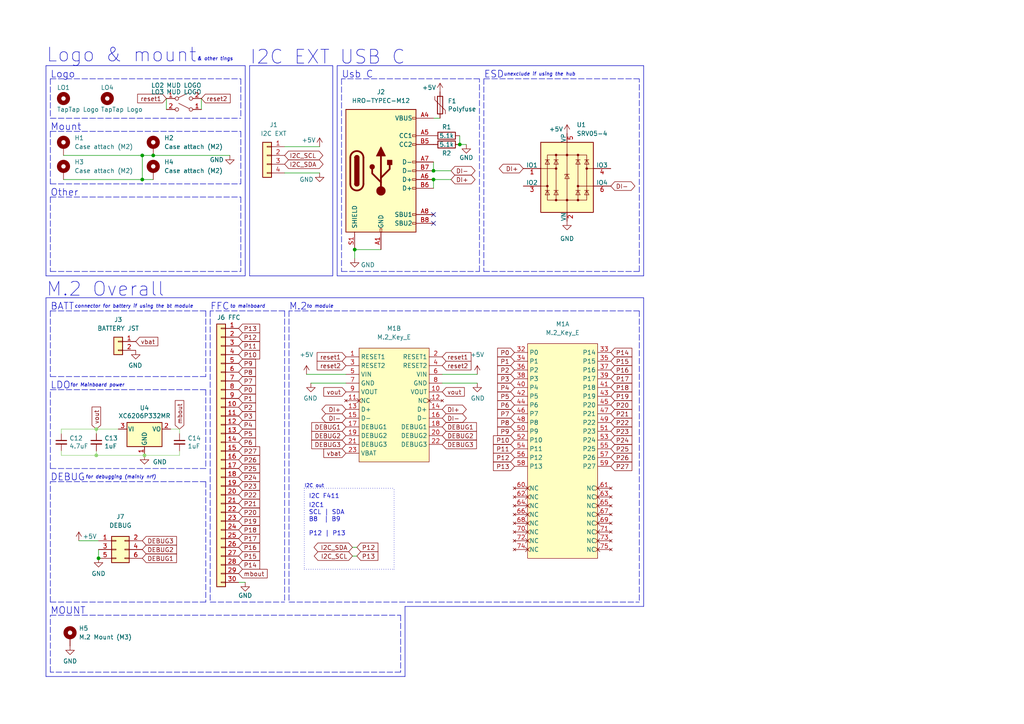
<source format=kicad_sch>
(kicad_sch (version 20211123) (generator eeschema)
  (paper "A4")
  (title_block (title "Full") (date "2022-03-21") (rev "1") (company "TapTap"))
  (lib_symbols
    (symbol "Connector:USB_C_Receptacle_USB2.0" (pin_names (offset 1.016))
      (property "Reference" "J" (at -10.16 19.05 0))
      (property "Value" "USB_C_Receptacle_USB2.0" (at 19.05 19.05 0))
      (symbol "USB_C_Receptacle_USB2.0_1_1"
        (pin passive line (at 0 -22.86 90) (length 5.08) (name "GND") (number "A1"))
        (pin passive line (at 0 -22.86 90) (length 5.08) hide (name "GND") (number "A12"))
        (pin passive line (at 15.24 15.24 180) (length 5.08) (name "VBUS") (number "A4"))
        (pin bidirectional line (at 15.24 10.16 180) (length 5.08) (name "CC1") (number "A5"))
        (pin bidirectional line (at 15.24 -2.54 180) (length 5.08) (name "D+") (number "A6"))
        (pin bidirectional line (at 15.24 2.54 180) (length 5.08) (name "D-") (number "A7"))
        (pin bidirectional line (at 15.24 -12.7 180) (length 5.08) (name "SBU1") (number "A8"))
        (pin passive line (at 15.24 15.24 180) (length 5.08) hide (name "VBUS") (number "A9"))
        (pin passive line (at 0 -22.86 90) (length 5.08) hide (name "GND") (number "B1"))
        (pin passive line (at 0 -22.86 90) (length 5.08) hide (name "GND") (number "B12"))
        (pin passive line (at 15.24 15.24 180) (length 5.08) hide (name "VBUS") (number "B4"))
        (pin bidirectional line (at 15.24 7.62 180) (length 5.08) (name "CC2") (number "B5"))
        (pin bidirectional line (at 15.24 -5.08 180) (length 5.08) (name "D+") (number "B6"))
        (pin bidirectional line (at 15.24 0 180) (length 5.08) (name "D-") (number "B7"))
        (pin bidirectional line (at 15.24 -15.24 180) (length 5.08) (name "SBU2") (number "B8"))
        (pin passive line (at 15.24 15.24 180) (length 5.08) hide (name "VBUS") (number "B9"))
        (pin passive line (at -7.62 -22.86 90) (length 5.08) (name "SHIELD") (number "S1"))
      )
    )
    (symbol "Connector_Generic:Conn_01x02" (pin_names (offset 1.016) hide)
      (property "Reference" "J" (at 0 2.54 0))
      (property "Value" "Conn_01x02" (at 0 -5.08 0))
      (symbol "Conn_01x02_1_1"
        (pin passive line (at -5.08 0 0) (length 3.81) (name "Pin_1") (number "1"))
        (pin passive line (at -5.08 -2.54 0) (length 3.81) (name "Pin_2") (number "2"))
      )
    )
    (symbol "Connector_Generic:Conn_01x04" (pin_names (offset 1.016) hide)
      (property "Reference" "J" (at 0 5.08 0))
      (property "Value" "Conn_01x04" (at 0 -7.62 0))
      (symbol "Conn_01x04_1_1"
        (pin passive line (at -5.08 2.54 0) (length 3.81) (name "Pin_1") (number "1"))
        (pin passive line (at -5.08 0 0) (length 3.81) (name "Pin_2") (number "2"))
        (pin passive line (at -5.08 -2.54 0) (length 3.81) (name "Pin_3") (number "3"))
        (pin passive line (at -5.08 -5.08 0) (length 3.81) (name "Pin_4") (number "4"))
      )
    )
    (symbol "Connector_Generic:Conn_01x30" (pin_names (offset 1.016) hide)
      (property "Reference" "J" (at 0 38.1 0))
      (property "Value" "Conn_01x30" (at 0 -40.64 0))
      (symbol "Conn_01x30_1_1"
        (pin passive line (at -5.08 35.56 0) (length 3.81) (name "Pin_1") (number "1"))
        (pin passive line (at -5.08 12.7 0) (length 3.81) (name "Pin_10") (number "10"))
        (pin passive line (at -5.08 10.16 0) (length 3.81) (name "Pin_11") (number "11"))
        (pin passive line (at -5.08 7.62 0) (length 3.81) (name "Pin_12") (number "12"))
        (pin passive line (at -5.08 5.08 0) (length 3.81) (name "Pin_13") (number "13"))
        (pin passive line (at -5.08 2.54 0) (length 3.81) (name "Pin_14") (number "14"))
        (pin passive line (at -5.08 0 0) (length 3.81) (name "Pin_15") (number "15"))
        (pin passive line (at -5.08 -2.54 0) (length 3.81) (name "Pin_16") (number "16"))
        (pin passive line (at -5.08 -5.08 0) (length 3.81) (name "Pin_17") (number "17"))
        (pin passive line (at -5.08 -7.62 0) (length 3.81) (name "Pin_18") (number "18"))
        (pin passive line (at -5.08 -10.16 0) (length 3.81) (name "Pin_19") (number "19"))
        (pin passive line (at -5.08 33.02 0) (length 3.81) (name "Pin_2") (number "2"))
        (pin passive line (at -5.08 -12.7 0) (length 3.81) (name "Pin_20") (number "20"))
        (pin passive line (at -5.08 -15.24 0) (length 3.81) (name "Pin_21") (number "21"))
        (pin passive line (at -5.08 -17.78 0) (length 3.81) (name "Pin_22") (number "22"))
        (pin passive line (at -5.08 -20.32 0) (length 3.81) (name "Pin_23") (number "23"))
        (pin passive line (at -5.08 -22.86 0) (length 3.81) (name "Pin_24") (number "24"))
        (pin passive line (at -5.08 -25.4 0) (length 3.81) (name "Pin_25") (number "25"))
        (pin passive line (at -5.08 -27.94 0) (length 3.81) (name "Pin_26") (number "26"))
        (pin passive line (at -5.08 -30.48 0) (length 3.81) (name "Pin_27") (number "27"))
        (pin passive line (at -5.08 -33.02 0) (length 3.81) (name "Pin_28") (number "28"))
        (pin passive line (at -5.08 -35.56 0) (length 3.81) (name "Pin_29") (number "29"))
        (pin passive line (at -5.08 30.48 0) (length 3.81) (name "Pin_3") (number "3"))
        (pin passive line (at -5.08 -38.1 0) (length 3.81) (name "Pin_30") (number "30"))
        (pin passive line (at -5.08 27.94 0) (length 3.81) (name "Pin_4") (number "4"))
        (pin passive line (at -5.08 25.4 0) (length 3.81) (name "Pin_5") (number "5"))
        (pin passive line (at -5.08 22.86 0) (length 3.81) (name "Pin_6") (number "6"))
        (pin passive line (at -5.08 20.32 0) (length 3.81) (name "Pin_7") (number "7"))
        (pin passive line (at -5.08 17.78 0) (length 3.81) (name "Pin_8") (number "8"))
        (pin passive line (at -5.08 15.24 0) (length 3.81) (name "Pin_9") (number "9"))
      )
    )
    (symbol "Connector_Generic:Conn_02x03_Odd_Even" (pin_names (offset 1.016) hide)
      (property "Reference" "J" (at 1.27 5.08 0))
      (property "Value" "Conn_02x03_Odd_Even" (at 1.27 -5.08 0))
      (symbol "Conn_02x03_Odd_Even_1_1"
        (pin passive line (at -5.08 2.54 0) (length 3.81) (name "Pin_1") (number "1"))
        (pin passive line (at 7.62 2.54 180) (length 3.81) (name "Pin_2") (number "2"))
        (pin passive line (at -5.08 0 0) (length 3.81) (name "Pin_3") (number "3"))
        (pin passive line (at 7.62 0 180) (length 3.81) (name "Pin_4") (number "4"))
        (pin passive line (at -5.08 -2.54 0) (length 3.81) (name "Pin_5") (number "5"))
        (pin passive line (at 7.62 -2.54 180) (length 3.81) (name "Pin_6") (number "6"))
      )
    )
    (symbol "Device:C_Small" (pin_numbers hide) (pin_names (offset 0.254) hide)
      (property "Reference" "C" (at 0.254 1.778 0))
      (property "Value" "C_Small" (at 0.254 -2.032 0))
      (symbol "C_Small_1_1"
        (pin passive line (at 0 2.54 270) (length 2.032) (name "~") (number "1"))
        (pin passive line (at 0 -2.54 90) (length 2.032) (name "~") (number "2"))
      )
    )
    (symbol "Device:Polyfuse" (pin_numbers hide) (pin_names (offset 0))
      (property "Reference" "F" (at -2.54 0 90))
      (property "Value" "Polyfuse" (at 2.54 0 90))
      (symbol "Polyfuse_1_1"
        (pin passive line (at 0 3.81 270) (length 1.27) (name "~") (number "1"))
        (pin passive line (at 0 -3.81 90) (length 1.27) (name "~") (number "2"))
      )
    )
    (symbol "Device:R" (pin_numbers hide) (pin_names (offset 0))
      (property "Reference" "R" (at 2.032 0 90))
      (property "Value" "R" (at 0 0 90))
      (symbol "R_1_1"
        (pin passive line (at 0 3.81 270) (length 1.27) (name "~") (number "1"))
        (pin passive line (at 0 -3.81 90) (length 1.27) (name "~") (number "2"))
      )
    )
    (symbol "M.2_Key_E_1"
      (property "Reference" "M?" (at 0 5.08 0))
      (property "Value" "M.2_Key_E_1" (at 0 2.54 0))
      (symbol "M.2_Key_E_1_1_1"
        (pin bidirectional line (at -13.97 -2.54 0) (length 3.81) (name "P0") (number "32"))
        (pin bidirectional line (at 13.97 -2.54 180) (length 3.81) (name "P14") (number "33"))
        (pin bidirectional line (at -13.97 -5.08 0) (length 3.81) (name "P1") (number "34"))
        (pin bidirectional line (at 13.97 -5.08 180) (length 3.81) (name "P15") (number "35"))
        (pin bidirectional line (at -13.97 -7.62 0) (length 3.81) (name "P2") (number "36"))
        (pin bidirectional line (at 13.97 -7.62 180) (length 3.81) (name "P16") (number "37"))
        (pin bidirectional line (at -13.97 -10.16 0) (length 3.81) (name "P3") (number "38"))
        (pin bidirectional line (at 13.97 -10.16 180) (length 3.81) (name "P17") (number "39"))
        (pin bidirectional line (at -13.97 -12.7 0) (length 3.81) (name "P4") (number "40"))
        (pin bidirectional line (at 13.97 -12.7 180) (length 3.81) (name "P18") (number "41"))
        (pin bidirectional line (at -13.97 -15.24 0) (length 3.81) (name "P5") (number "42"))
        (pin bidirectional line (at 13.97 -15.24 180) (length 3.81) (name "P19") (number "43"))
        (pin bidirectional line (at -13.97 -17.78 0) (length 3.81) (name "P6") (number "44"))
        (pin bidirectional line (at 13.97 -17.78 180) (length 3.81) (name "P20") (number "45"))
        (pin bidirectional line (at -13.97 -20.32 0) (length 3.81) (name "P7") (number "46"))
        (pin bidirectional line (at 13.97 -20.32 180) (length 3.81) (name "P21") (number "47"))
        (pin bidirectional line (at -13.97 -22.86 0) (length 3.81) (name "P8") (number "48"))
        (pin bidirectional line (at 13.97 -22.86 180) (length 3.81) (name "P22") (number "49"))
        (pin bidirectional line (at -13.97 -25.4 0) (length 3.81) (name "P9") (number "50"))
        (pin bidirectional line (at 13.97 -25.4 180) (length 3.81) (name "P23") (number "51"))
        (pin bidirectional line (at -13.97 -27.94 0) (length 3.81) (name "P10") (number "52"))
        (pin bidirectional line (at 13.97 -27.94 180) (length 3.81) (name "P24") (number "53"))
        (pin bidirectional line (at -13.97 -30.48 0) (length 3.81) (name "P11") (number "54"))
        (pin bidirectional line (at 13.97 -30.48 180) (length 3.81) (name "P25") (number "55"))
        (pin bidirectional line (at -13.97 -33.02 0) (length 3.81) (name "P12") (number "56"))
        (pin bidirectional line (at 13.97 -33.02 180) (length 3.81) (name "P26") (number "57"))
        (pin bidirectional line (at -13.97 -35.56 0) (length 3.81) (name "P13") (number "58"))
        (pin bidirectional line (at 13.97 -35.56 180) (length 3.81) (name "P27") (number "59"))
        (pin no_connect non_logic (at -13.97 -41.91 0) (length 3.81) (name "NC") (number "60"))
        (pin no_connect non_logic (at 13.97 -41.91 180) (length 3.81) (name "NC") (number "61"))
        (pin no_connect non_logic (at -13.97 -44.45 0) (length 3.81) (name "NC") (number "62"))
        (pin no_connect non_logic (at 13.97 -44.45 180) (length 3.81) (name "NC") (number "63"))
        (pin no_connect non_logic (at -13.97 -46.99 0) (length 3.81) (name "NC") (number "64"))
        (pin no_connect non_logic (at 13.97 -46.99 180) (length 3.81) (name "NC") (number "65"))
        (pin no_connect non_logic (at -13.97 -49.53 0) (length 3.81) (name "NC") (number "66"))
        (pin no_connect non_logic (at 13.97 -49.53 180) (length 3.81) (name "NC") (number "67"))
        (pin no_connect non_logic (at -13.97 -52.07 0) (length 3.81) (name "NC") (number "68"))
        (pin no_connect non_logic (at 13.97 -52.07 180) (length 3.81) (name "NC") (number "69"))
        (pin no_connect non_logic (at -13.97 -54.61 0) (length 3.81) (name "NC") (number "70"))
        (pin no_connect non_logic (at 13.97 -54.61 180) (length 3.81) (name "NC") (number "71"))
        (pin no_connect non_logic (at -13.97 -57.15 0) (length 3.81) (name "NC") (number "72"))
        (pin no_connect non_logic (at 13.97 -57.15 180) (length 3.81) (name "NC") (number "73"))
        (pin no_connect non_logic (at -13.97 -59.69 0) (length 3.81) (name "NC") (number "74"))
        (pin no_connect non_logic (at 13.97 -59.69 180) (length 3.81) (name "NC") (number "75"))
      )
      (symbol "M.2_Key_E_1_2_1"
        (pin input line (at -13.97 -2.54 0) (length 3.81) (name "RESET1") (number "1"))
        (pin power_out line (at 13.97 -12.7 180) (length 3.81) (name "VOUT") (number "10"))
        (pin no_connect non_logic (at -13.97 -15.24 0) (length 3.81) (name "NC") (number "11"))
        (pin no_connect non_logic (at 13.97 -15.24 180) (length 3.81) (name "NC") (number "12"))
        (pin bidirectional line (at -13.97 -17.78 0) (length 3.81) (name "D+") (number "13"))
        (pin bidirectional line (at 13.97 -17.78 180) (length 3.81) (name "D+") (number "14"))
        (pin bidirectional line (at -13.97 -20.32 0) (length 3.81) (name "D-") (number "15"))
        (pin bidirectional line (at 13.97 -20.32 180) (length 3.81) (name "D-") (number "16"))
        (pin bidirectional line (at -13.97 -22.86 0) (length 3.81) (name "DEBUG1") (number "17"))
        (pin bidirectional line (at 13.97 -22.86 180) (length 3.81) (name "DEBUG1") (number "18"))
        (pin bidirectional line (at -13.97 -25.4 0) (length 3.81) (name "DEBUG2") (number "19"))
        (pin input line (at 13.97 -2.54 180) (length 3.81) (name "RESET1") (number "2"))
        (pin bidirectional line (at 13.97 -25.4 180) (length 3.81) (name "DEBUG2") (number "20"))
        (pin bidirectional line (at -13.97 -27.94 0) (length 3.81) (name "DEBUG3") (number "21"))
        (pin bidirectional line (at 13.97 -27.94 180) (length 3.81) (name "DEBUG3") (number "22"))
        (pin input line (at -13.97 -30.48 0) (length 3.81) (name "VBAT") (number "23"))
        (pin output line (at -13.97 -5.08 0) (length 3.81) (name "RESET2") (number "3"))
        (pin output line (at 13.97 -5.08 180) (length 3.81) (name "RESET2") (number "4"))
        (pin power_in line (at -13.97 -7.62 0) (length 3.81) (name "VIN") (number "5"))
        (pin power_in line (at 13.97 -7.62 180) (length 3.81) (name "VIN") (number "6"))
        (pin power_in line (at -13.97 -10.16 0) (length 3.81) (name "GND") (number "7"))
        (pin power_in line (at 13.97 -10.16 180) (length 3.81) (name "GND") (number "8"))
        (pin power_out line (at -13.97 -12.7 0) (length 3.81) (name "VOUT") (number "9"))
      )
    )
    (symbol "Mechanical:MountingHole" (pin_names (offset 1.016))
      (property "Reference" "H" (at 0 5.08 0))
      (property "Value" "MountingHole" (at 0 3.175 0))
    )
    (symbol "Mechanical:MountingHole_Pad" (pin_numbers hide) (pin_names (offset 1.016) hide)
      (property "Reference" "H" (at 0 6.35 0))
      (property "Value" "MountingHole_Pad" (at 0 4.445 0))
      (symbol "MountingHole_Pad_1_1"
        (pin input line (at 0 -2.54 90) (length 2.54) (name "1") (number "1"))
      )
    )
    (symbol "Power:GND" (power) (pin_names (offset 0))
      (property "Value" "GND" (at 0 -3.81 0))
      (symbol "GND_1_1"
        (pin power_in line (at 0 0 270) (length 0) hide (name "GND") (number "1"))
      )
    )
    (symbol "Power_Protection:SRV05-4" (pin_names (offset 0))
      (property "Reference" "U" (at -5.08 11.43 0))
      (property "Value" "SRV05-4" (at 2.54 11.43 0))
      (symbol "SRV05-4_1_1"
        (pin passive line (at -12.7 2.54 0) (length 5.08) (name "IO1") (number "1"))
        (pin passive line (at 0 -12.7 90) (length 2.54) (name "VN") (number "2"))
        (pin passive line (at -12.7 -2.54 0) (length 5.08) (name "IO2") (number "3"))
        (pin passive line (at 12.7 2.54 180) (length 5.08) (name "IO3") (number "4"))
        (pin passive line (at 0 12.7 270) (length 2.54) (name "VP") (number "5"))
        (pin passive line (at 12.7 -2.54 180) (length 5.08) (name "IO4") (number "6"))
      )
    )
    (symbol "Regulator_Linear:XC6206PxxxMR" (pin_names (offset 0.254))
      (property "Reference" "U" (at -3.81 3.175 0))
      (property "Value" "XC6206PxxxMR" (at 0 3.175 0))
      (symbol "XC6206PxxxMR_1_1"
        (pin power_in line (at 0 -7.62 90) (length 2.54) (name "GND") (number "1"))
        (pin power_out line (at 7.62 0 180) (length 2.54) (name "VO") (number "2"))
        (pin power_in line (at -7.62 0 0) (length 2.54) (name "VI") (number "3"))
      )
    )
    (symbol "Switch:SW_SPST" (pin_names (offset 0) hide)
      (property "Reference" "SW" (at 0 3.175 0))
      (property "Value" "SW_SPST" (at 0 -2.54 0))
      (symbol "SW_SPST_1_1"
        (pin passive line (at -5.08 0 0) (length 2.54) (name "A") (number "1"))
        (pin passive line (at 5.08 0 180) (length 2.54) (name "B") (number "2"))
      )
    )
    (symbol "m2ngff:M.2_Key_E"
      (property "Reference" "M?" (at 0 5.08 0))
      (property "Value" "M.2_Key_E" (at 0 2.54 0))
      (symbol "M.2_Key_E_1_1"
        (pin bidirectional line (at -13.97 -2.54 0) (length 3.81) (name "P0") (number "32"))
        (pin bidirectional line (at 13.97 -2.54 180) (length 3.81) (name "P14") (number "33"))
        (pin bidirectional line (at -13.97 -5.08 0) (length 3.81) (name "P1") (number "34"))
        (pin bidirectional line (at 13.97 -5.08 180) (length 3.81) (name "P15") (number "35"))
        (pin bidirectional line (at -13.97 -7.62 0) (length 3.81) (name "P2") (number "36"))
        (pin bidirectional line (at 13.97 -7.62 180) (length 3.81) (name "P16") (number "37"))
        (pin bidirectional line (at -13.97 -10.16 0) (length 3.81) (name "P3") (number "38"))
        (pin bidirectional line (at 13.97 -10.16 180) (length 3.81) (name "P17") (number "39"))
        (pin bidirectional line (at -13.97 -12.7 0) (length 3.81) (name "P4") (number "40"))
        (pin bidirectional line (at 13.97 -12.7 180) (length 3.81) (name "P18") (number "41"))
        (pin bidirectional line (at -13.97 -15.24 0) (length 3.81) (name "P5") (number "42"))
        (pin bidirectional line (at 13.97 -15.24 180) (length 3.81) (name "P19") (number "43"))
        (pin bidirectional line (at -13.97 -17.78 0) (length 3.81) (name "P6") (number "44"))
        (pin bidirectional line (at 13.97 -17.78 180) (length 3.81) (name "P20") (number "45"))
        (pin bidirectional line (at -13.97 -20.32 0) (length 3.81) (name "P7") (number "46"))
        (pin bidirectional line (at 13.97 -20.32 180) (length 3.81) (name "P21") (number "47"))
        (pin bidirectional line (at -13.97 -22.86 0) (length 3.81) (name "P8") (number "48"))
        (pin bidirectional line (at 13.97 -22.86 180) (length 3.81) (name "P22") (number "49"))
        (pin bidirectional line (at -13.97 -25.4 0) (length 3.81) (name "P9") (number "50"))
        (pin bidirectional line (at 13.97 -25.4 180) (length 3.81) (name "P23") (number "51"))
        (pin bidirectional line (at -13.97 -27.94 0) (length 3.81) (name "P10") (number "52"))
        (pin bidirectional line (at 13.97 -27.94 180) (length 3.81) (name "P24") (number "53"))
        (pin bidirectional line (at -13.97 -30.48 0) (length 3.81) (name "P11") (number "54"))
        (pin bidirectional line (at 13.97 -30.48 180) (length 3.81) (name "P25") (number "55"))
        (pin bidirectional line (at -13.97 -33.02 0) (length 3.81) (name "P12") (number "56"))
        (pin bidirectional line (at 13.97 -33.02 180) (length 3.81) (name "P26") (number "57"))
        (pin bidirectional line (at -13.97 -35.56 0) (length 3.81) (name "P13") (number "58"))
        (pin bidirectional line (at 13.97 -35.56 180) (length 3.81) (name "P27") (number "59"))
        (pin no_connect non_logic (at -13.97 -41.91 0) (length 3.81) (name "NC") (number "60"))
        (pin no_connect non_logic (at 13.97 -41.91 180) (length 3.81) (name "NC") (number "61"))
        (pin no_connect non_logic (at -13.97 -44.45 0) (length 3.81) (name "NC") (number "62"))
        (pin no_connect non_logic (at 13.97 -44.45 180) (length 3.81) (name "NC") (number "63"))
        (pin no_connect non_logic (at -13.97 -46.99 0) (length 3.81) (name "NC") (number "64"))
        (pin no_connect non_logic (at 13.97 -46.99 180) (length 3.81) (name "NC") (number "65"))
        (pin no_connect non_logic (at -13.97 -49.53 0) (length 3.81) (name "NC") (number "66"))
        (pin no_connect non_logic (at 13.97 -49.53 180) (length 3.81) (name "NC") (number "67"))
        (pin no_connect non_logic (at -13.97 -52.07 0) (length 3.81) (name "NC") (number "68"))
        (pin no_connect non_logic (at 13.97 -52.07 180) (length 3.81) (name "NC") (number "69"))
        (pin no_connect non_logic (at -13.97 -54.61 0) (length 3.81) (name "NC") (number "70"))
        (pin no_connect non_logic (at 13.97 -54.61 180) (length 3.81) (name "NC") (number "71"))
        (pin no_connect non_logic (at -13.97 -57.15 0) (length 3.81) (name "NC") (number "72"))
        (pin no_connect non_logic (at 13.97 -57.15 180) (length 3.81) (name "NC") (number "73"))
        (pin no_connect non_logic (at -13.97 -59.69 0) (length 3.81) (name "NC") (number "74"))
        (pin no_connect non_logic (at 13.97 -59.69 180) (length 3.81) (name "NC") (number "75"))
      )
      (symbol "M.2_Key_E_2_1"
        (pin input line (at -13.97 -2.54 0) (length 3.81) (name "RESET1") (number "1"))
        (pin power_out line (at 13.97 -12.7 180) (length 3.81) (name "VOUT") (number "10"))
        (pin no_connect non_logic (at -13.97 -15.24 0) (length 3.81) (name "NC") (number "11"))
        (pin no_connect non_logic (at 13.97 -15.24 180) (length 3.81) (name "NC") (number "12"))
        (pin bidirectional line (at -13.97 -17.78 0) (length 3.81) (name "D+") (number "13"))
        (pin bidirectional line (at 13.97 -17.78 180) (length 3.81) (name "D+") (number "14"))
        (pin bidirectional line (at -13.97 -20.32 0) (length 3.81) (name "D-") (number "15"))
        (pin bidirectional line (at 13.97 -20.32 180) (length 3.81) (name "D-") (number "16"))
        (pin bidirectional line (at -13.97 -22.86 0) (length 3.81) (name "DEBUG1") (number "17"))
        (pin bidirectional line (at 13.97 -22.86 180) (length 3.81) (name "DEBUG1") (number "18"))
        (pin bidirectional line (at -13.97 -25.4 0) (length 3.81) (name "DEBUG2") (number "19"))
        (pin input line (at 13.97 -2.54 180) (length 3.81) (name "RESET1") (number "2"))
        (pin bidirectional line (at 13.97 -25.4 180) (length 3.81) (name "DEBUG2") (number "20"))
        (pin bidirectional line (at -13.97 -27.94 0) (length 3.81) (name "DEBUG3") (number "21"))
        (pin bidirectional line (at 13.97 -27.94 180) (length 3.81) (name "DEBUG3") (number "22"))
        (pin no_connect non_logic (at -13.97 -30.48 0) (length 3.81) (name "NC") (number "23"))
        (pin output line (at -13.97 -5.08 0) (length 3.81) (name "RESET2") (number "3"))
        (pin output line (at 13.97 -5.08 180) (length 3.81) (name "RESET2") (number "4"))
        (pin power_in line (at -13.97 -7.62 0) (length 3.81) (name "VIN") (number "5"))
        (pin power_in line (at 13.97 -7.62 180) (length 3.81) (name "VIN") (number "6"))
        (pin power_in line (at -13.97 -10.16 0) (length 3.81) (name "GND") (number "7"))
        (pin power_in line (at 13.97 -10.16 180) (length 3.81) (name "GND") (number "8"))
        (pin power_out line (at -13.97 -12.7 0) (length 3.81) (name "VOUT") (number "9"))
      )
    )
    (symbol "power:+5V" (power) (pin_names (offset 0))
      (property "Value" "+5V" (at 0 3.556 0))
      (symbol "+5V_1_1"
        (pin power_in line (at 0 0 90) (length 0) hide (name "+5V") (number "1"))
      )
    )
    (symbol "power:GND" (power) (pin_names (offset 0))
      (property "Value" "GND" (at 0 -3.81 0))
      (symbol "GND_1_1"
        (pin power_in line (at 0 0 270) (length 0) hide (name "GND") (number "1"))
      )
    )
  )
  (junction (at 133.35 41.91))
  (junction (at 41.275 52.07))
  (junction (at 28.575 161.925))
  (junction (at 41.275 45.085))
  (junction (at 125.73 52.07))
  (junction (at 125.73 49.53))
  (junction (at 41.91 132.08) (diameter 0.9144) (color 141 210 114 1))
  (junction (at 102.87 72.39))
  (junction (at 44.45 45.085))
  (junction (at 27.94 132.08) (diameter 0.9144) (color 141 210 114 1))
  (junction (at 27.94 124.46) (diameter 0.9144) (color 141 210 114 1))
  (no_connect (at 125.73 62.23))
  (no_connect (at 125.73 64.77))
  (polyline (pts (xy 59.69 135.89) (xy 14.605 135.89)))
  (wire (pts (xy 128.27 108.585) (xy 138.43 108.585)))
  (polyline (pts (xy 116.205 194.945) (xy 14.605 194.945)))
  (polyline (pts (xy 14.605 139.7) (xy 59.69 139.7)))
  (wire (pts (xy 102.87 72.39) (xy 110.49 72.39)))
  (wire (pts (xy 41.275 45.085) (xy 41.275 52.07)))
  (wire (pts (xy 18.415 52.07) (xy 41.275 52.07)))
  (polyline (pts (xy 14.605 194.945) (xy 14.605 178.435)))
  (polyline (pts (xy 14.605 57.15) (xy 14.605 78.74)))
  (polyline (pts (xy 83.82 174.625) (xy 185.42 174.625)))
  (polyline (pts (xy 140.335 22.86) (xy 185.42 22.86)))
  (wire (pts (xy 125.73 34.29) (xy 127.635 34.29)))
  (polyline (pts (xy 14.605 34.29) (xy 69.85 34.29)))
  (polyline (pts (xy 14.605 57.15) (xy 69.85 57.15)))
  (polyline (pts (xy 71.12 80.01) (xy 13.335 80.01)) (stroke (width 0) (type solid)))
  (polyline (pts (xy 97.79 80.01) (xy 97.79 19.05)) (stroke (width 0) (type solid)))
  (polyline (pts (xy 59.69 139.7) (xy 59.69 174.625)))
  (polyline (pts (xy 72.39 80.01) (xy 72.39 19.05)) (stroke (width 0) (type solid)))
  (polyline (pts (xy 14.605 174.625) (xy 14.605 139.7)))
  (wire (pts (xy 125.73 46.99) (xy 125.73 49.53)))
  (polyline (pts (xy 96.52 19.05) (xy 96.52 80.01)) (stroke (width 0) (type solid)))
  (polyline (pts (xy 116.205 178.435) (xy 116.205 194.945)))
  (polyline (pts (xy 117.475 175.895) (xy 186.69 175.895)) (stroke (width 0) (type solid)))
  (wire (pts (xy 125.73 49.53) (xy 130.81 49.53)))
  (wire (pts (xy 52.07 125.73) (xy 52.07 124.46)) (stroke (width 0) (color 141 210 114 1)))
  (polyline (pts (xy 14.605 135.89) (xy 14.605 113.03)))
  (wire (pts (xy 27.94 124.46) (xy 34.29 124.46)) (stroke (width 0) (color 141 210 114 1)))
  (polyline (pts (xy 140.335 22.86) (xy 140.335 78.74)))
  (polyline (pts (xy 97.79 19.05) (xy 186.69 19.05)) (stroke (width 0) (type solid)))
  (wire (pts (xy 128.27 111.125) (xy 138.43 111.125)))
  (polyline (pts (xy 114.3 165.1) (xy 114.3 141.605)) (stroke (width 0) (type dot)))
  (polyline (pts (xy 14.605 38.1) (xy 14.605 53.34)))
  (polyline (pts (xy 59.69 174.625) (xy 14.605 174.625)))
  (wire (pts (xy 48.26 28.575) (xy 48.26 31.75)))
  (polyline (pts (xy 60.96 90.17) (xy 60.96 174.625)))
  (wire (pts (xy 125.73 52.07) (xy 130.81 52.07)))
  (polyline (pts (xy 71.12 19.05) (xy 71.12 80.01)) (stroke (width 0) (type solid)))
  (wire (pts (xy 41.91 132.08) (xy 52.07 132.08)) (stroke (width 0) (color 141 210 114 1)))
  (polyline (pts (xy 88.265 165.1) (xy 114.3 165.1)) (stroke (width 0) (type dot)))
  (polyline (pts (xy 185.42 90.17) (xy 185.42 174.625)))
  (polyline (pts (xy 186.69 19.05) (xy 186.69 80.01)) (stroke (width 0) (type solid)))
  (wire (pts (xy 90.17 111.125) (xy 100.33 111.125)))
  (polyline (pts (xy 13.335 19.05) (xy 71.12 19.05)) (stroke (width 0) (type solid)))
  (polyline (pts (xy 185.42 78.74) (xy 185.42 22.86)))
  (polyline (pts (xy 186.69 86.36) (xy 186.69 175.895)) (stroke (width 0) (type solid)))
  (wire (pts (xy 17.78 124.46) (xy 27.94 124.46)) (stroke (width 0) (color 141 210 114 1)))
  (wire (pts (xy 41.275 45.085) (xy 44.45 45.085)))
  (polyline (pts (xy 69.85 38.1) (xy 69.85 53.34)))
  (polyline (pts (xy 140.335 78.74) (xy 185.42 78.74)))
  (polyline (pts (xy 14.605 78.74) (xy 69.85 78.74)))
  (polyline (pts (xy 117.475 196.215) (xy 13.335 196.215)) (stroke (width 0) (type solid)))
  (polyline (pts (xy 139.065 22.86) (xy 99.06 22.86)))
  (wire (pts (xy 88.9 108.585) (xy 100.33 108.585)))
  (wire (pts (xy 102.235 158.75) (xy 103.505 158.75)))
  (wire (pts (xy 17.78 125.73) (xy 17.78 124.46)) (stroke (width 0) (color 141 210 114 1)))
  (wire (pts (xy 133.35 41.91) (xy 133.35 39.37)))
  (polyline (pts (xy 14.605 113.03) (xy 59.69 113.03)))
  (polyline (pts (xy 13.335 86.36) (xy 186.69 86.36)) (stroke (width 0) (type solid)))
  (wire (pts (xy 44.45 45.085) (xy 66.675 45.085)))
  (polyline (pts (xy 99.06 78.74) (xy 139.065 78.74)))
  (polyline (pts (xy 117.475 175.895) (xy 117.475 196.215)) (stroke (width 0) (type solid)))
  (polyline (pts (xy 59.69 90.17) (xy 59.69 109.22)))
  (wire (pts (xy 135.255 41.91) (xy 133.35 41.91)))
  (polyline (pts (xy 14.605 90.17) (xy 14.605 109.22)))
  (wire (pts (xy 92.71 42.545) (xy 82.55 42.545)))
  (wire (pts (xy 17.78 132.08) (xy 27.94 132.08)) (stroke (width 0) (color 141 210 114 1)))
  (polyline (pts (xy 72.39 19.05) (xy 96.52 19.05)) (stroke (width 0) (type solid)))
  (wire (pts (xy 28.575 156.845) (xy 22.86 156.845)))
  (polyline (pts (xy 13.335 80.01) (xy 13.335 19.05)) (stroke (width 0) (type solid)))
  (wire (pts (xy 52.07 130.81) (xy 52.07 132.08)) (stroke (width 0) (color 141 210 114 1)))
  (wire (pts (xy 125.73 52.07) (xy 125.73 54.61)))
  (polyline (pts (xy 69.85 57.15) (xy 69.85 78.74)))
  (polyline (pts (xy 83.82 90.17) (xy 83.82 174.625)))
  (wire (pts (xy 17.78 130.81) (xy 17.78 132.08)) (stroke (width 0) (color 141 210 114 1)))
  (polyline (pts (xy 96.52 80.01) (xy 72.39 80.01)) (stroke (width 0) (type solid)))
  (wire (pts (xy 102.235 161.29) (xy 103.505 161.29)))
  (wire (pts (xy 28.575 159.385) (xy 28.575 161.925)))
  (polyline (pts (xy 99.06 22.86) (xy 99.06 78.74)))
  (polyline (pts (xy 14.605 109.22) (xy 59.69 109.22)))
  (wire (pts (xy 27.94 125.73) (xy 27.94 124.46)) (stroke (width 0) (color 141 210 114 1)))
  (polyline (pts (xy 186.69 80.01) (xy 97.79 80.01)) (stroke (width 0) (type solid)))
  (polyline (pts (xy 59.69 90.17) (xy 14.605 90.17)))
  (wire (pts (xy 69.215 168.91) (xy 71.12 168.91)))
  (polyline (pts (xy 14.605 22.86) (xy 14.605 34.29)))
  (wire (pts (xy 92.71 50.165) (xy 82.55 50.165)))
  (polyline (pts (xy 60.96 174.625) (xy 82.55 174.625)))
  (wire (pts (xy 49.53 124.46) (xy 52.07 124.46)) (stroke (width 0) (color 141 210 114 1)))
  (polyline (pts (xy 82.55 90.17) (xy 82.55 174.625)))
  (polyline (pts (xy 14.605 53.34) (xy 69.85 53.34)))
  (wire (pts (xy 18.415 45.085) (xy 41.275 45.085)))
  (polyline (pts (xy 88.265 141.605) (xy 114.3 141.605)) (stroke (width 0) (type dot)))
  (wire (pts (xy 27.94 132.08) (xy 41.91 132.08)) (stroke (width 0) (color 141 210 114 1)))
  (wire (pts (xy 41.275 52.07) (xy 44.45 52.07)))
  (polyline (pts (xy 14.605 22.86) (xy 69.85 22.86)))
  (wire (pts (xy 58.42 28.575) (xy 58.42 31.75)))
  (polyline (pts (xy 139.065 78.74) (xy 139.065 22.86)))
  (polyline (pts (xy 14.605 178.435) (xy 116.205 178.435)))
  (polyline (pts (xy 13.335 86.36) (xy 13.335 196.215)) (stroke (width 0) (type solid)))
  (polyline (pts (xy 82.55 90.17) (xy 60.96 90.17)))
  (polyline (pts (xy 185.42 90.17) (xy 83.82 90.17)))
  (polyline (pts (xy 59.69 113.03) (xy 59.69 135.89)))
  (wire (pts (xy 102.87 74.93) (xy 102.87 72.39)))
  (polyline (pts (xy 88.265 141.605) (xy 88.265 165.1)) (stroke (width 0) (type dot)))
  (polyline (pts (xy 14.605 38.1) (xy 69.85 38.1)))
  (polyline (pts (xy 69.85 22.86) (xy 69.85 34.29)))
  (wire (pts (xy 27.94 130.81) (xy 27.94 132.08)) (stroke (width 0) (color 141 210 114 1)))
  (text "to module" (at 88.9 89.535 0) (effects (font (size 1 1) italic) (justify left bottom)))
  (text "Mount" (at 14.605 38.1 0) (effects (font (size 2 2)) (justify left bottom)))
  (text "for debugging (mainly nrf)" (at 24.765 139.065 0) (effects (font (size 1 1) italic) (justify left bottom)))
  (text "I2C out" (at 88.265 141.605 0) (effects (font (size 1 1)) (justify left bottom)))
  (text "BATT" (at 14.605 90.17 0) (effects (font (size 2 2)) (justify left bottom)))
  (text "to mainboard" (at 66.675 89.535 0) (effects (font (size 1 1) italic) (justify left bottom)))
  (text "M.2" (at 83.82 90.17 0) (effects (font (size 2 2)) (justify left bottom)))
  (text "unexclude if using the hub" (at 146.05 22.225 0) (effects (font (size 1 1) italic) (justify left bottom)))
  (text "FFC\n" (at 60.96 90.17 0) (effects (font (size 2 2)) (justify left bottom)))
  (text "Usb C" (at 99.06 22.86 0) (effects (font (size 2 2)) (justify left bottom)))
  (text "Logo" (at 14.605 22.86 0) (effects (font (size 2 2)) (justify left bottom)))
  (text "for Mainboard power" (at 20.32 112.395 0) (effects (font (size 1 1) italic) (justify left bottom)))
  (text "I2C EXT" (at 72.39 19.05 0) (effects (font (size 4 4)) (justify left bottom)))
  (text "I2C F411" (at 89.535 144.78 0) (effects (font (size 1.27 1.27)) (justify left bottom)))
  (text "M.2 Overall" (at 13.335 86.36 0) (effects (font (size 4 4)) (justify left bottom)))
  (text "connector for battery if using the bt module" (at 21.59 89.535 0) (effects (font (size 1 1) italic) (justify left bottom)))
  (text "ESD" (at 140.335 22.86 0) (effects (font (size 2 2)) (justify left bottom)))
  (text "Logo & mount\n" (at 13.335 18.415 0) (effects (font (size 4 4)) (justify left bottom)))
  (text "& other tings" (at 57.15 17.78 0) (effects (font (size 1 1) italic) (justify left bottom)))
  (text "Other" (at 14.605 57.15 0) (effects (font (size 2 2)) (justify left bottom)))
  (text "DEBUG" (at 14.605 139.7 0) (effects (font (size 2 2)) (justify left bottom)))
  (text "LDO" (at 14.605 113.03 0) (effects (font (size 2 2)) (justify left bottom)))
  (text "USB C" (at 98.425 19.05 0) (effects (font (size 4 4)) (justify left bottom)))
  (text "MOUNT" (at 14.605 178.435 0) (effects (font (size 2 2)) (justify left bottom)))
  (text "I2C1\nSCL | SDA\nB8  | B9\n\nP12 | P13" (at 89.535 155.575 0) (effects (font (size 1.27 1.27)) (justify left bottom)))
  (global_label "DI+" (shape bidirectional) (at 151.765 48.895 180) (property "Intersheet References" "${INTERSHEET_REFS}" (effects hide)))
  (global_label "P5" (shape input) (at 69.215 125.73 0) (property "Intersheet References" "${INTERSHEET_REFS}" (effects hide)))
  (global_label "P11" (shape input) (at 69.215 100.33 0) (property "Intersheet References" "${INTERSHEET_REFS}" (effects hide)))
  (global_label "P24" (shape input) (at 177.165 127.635 0) (property "Intersheet References" "${INTERSHEET_REFS}" (effects hide)))
  (global_label "mbout" (shape input) (at 52.07 124.46 90) (property "Intersheet References" "${INTERSHEET_REFS}" (effects hide)))
  (global_label "DI-" (shape bidirectional) (at 100.33 121.285 180) (property "Intersheet References" "${INTERSHEET_REFS}" (effects hide)))
  (global_label "P18" (shape input) (at 177.165 112.395 0) (property "Intersheet References" "${INTERSHEET_REFS}" (effects hide)))
  (global_label "DEBUG2" (shape input) (at 128.27 126.365 0) (property "Intersheet References" "${INTERSHEET_REFS}" (effects hide)))
  (global_label "P9" (shape input) (at 149.225 125.095 180) (property "Intersheet References" "${INTERSHEET_REFS}" (effects hide)))
  (global_label "P19" (shape input) (at 177.165 114.935 0) (property "Intersheet References" "${INTERSHEET_REFS}" (effects hide)))
  (global_label "P6" (shape input) (at 149.225 117.475 180) (property "Intersheet References" "${INTERSHEET_REFS}" (effects hide)))
  (global_label "P20" (shape input) (at 69.215 148.59 0) (property "Intersheet References" "${INTERSHEET_REFS}" (effects hide)))
  (global_label "P24" (shape input) (at 69.215 138.43 0) (property "Intersheet References" "${INTERSHEET_REFS}" (effects hide)))
  (global_label "P15" (shape input) (at 69.215 161.29 0) (property "Intersheet References" "${INTERSHEET_REFS}" (effects hide)))
  (global_label "DEBUG2" (shape input) (at 41.275 159.385 0) (property "Intersheet References" "${INTERSHEET_REFS}" (effects hide)))
  (global_label "P13" (shape input) (at 149.225 135.255 180) (property "Intersheet References" "${INTERSHEET_REFS}" (effects hide)))
  (global_label "P8" (shape input) (at 69.215 107.95 0) (property "Intersheet References" "${INTERSHEET_REFS}" (effects hide)))
  (global_label "P3" (shape input) (at 149.225 109.855 180) (property "Intersheet References" "${INTERSHEET_REFS}" (effects hide)))
  (global_label "I2C_SDA" (shape bidirectional) (at 82.55 47.625 0) (property "Intersheet References" "${INTERSHEET_REFS}" (effects hide)))
  (global_label "P10" (shape input) (at 69.215 102.87 0) (property "Intersheet References" "${INTERSHEET_REFS}" (effects hide)))
  (global_label "P22" (shape input) (at 69.215 143.51 0) (property "Intersheet References" "${INTERSHEET_REFS}" (effects hide)))
  (global_label "P18" (shape input) (at 69.215 153.67 0) (property "Intersheet References" "${INTERSHEET_REFS}" (effects hide)))
  (global_label "P25" (shape input) (at 69.215 135.89 0) (property "Intersheet References" "${INTERSHEET_REFS}" (effects hide)))
  (global_label "P26" (shape input) (at 177.165 132.715 0) (property "Intersheet References" "${INTERSHEET_REFS}" (effects hide)))
  (global_label "P6" (shape input) (at 69.215 128.27 0) (property "Intersheet References" "${INTERSHEET_REFS}" (effects hide)))
  (global_label "DI+" (shape bidirectional) (at 128.27 118.745 0) (property "Intersheet References" "${INTERSHEET_REFS}" (effects hide)))
  (global_label "DI-" (shape bidirectional) (at 128.27 121.285 0) (property "Intersheet References" "${INTERSHEET_REFS}" (effects hide)))
  (global_label "P14" (shape input) (at 177.165 102.235 0) (property "Intersheet References" "${INTERSHEET_REFS}" (effects hide)))
  (global_label "reset1" (shape input) (at 100.33 103.505 180) (property "Intersheet References" "${INTERSHEET_REFS}" (effects hide)))
  (global_label "P16" (shape input) (at 177.165 107.315 0) (property "Intersheet References" "${INTERSHEET_REFS}" (effects hide)))
  (global_label "P3" (shape input) (at 69.215 120.65 0) (property "Intersheet References" "${INTERSHEET_REFS}" (effects hide)))
  (global_label "mbout" (shape input) (at 69.215 166.37 0) (property "Intersheet References" "${INTERSHEET_REFS}" (effects hide)))
  (global_label "P23" (shape input) (at 69.215 140.97 0) (property "Intersheet References" "${INTERSHEET_REFS}" (effects hide)))
  (global_label "P2" (shape input) (at 149.225 107.315 180) (property "Intersheet References" "${INTERSHEET_REFS}" (effects hide)))
  (global_label "vout" (shape input) (at 27.94 124.46 90) (property "Intersheet References" "${INTERSHEET_REFS}" (effects hide)))
  (global_label "P0" (shape input) (at 69.215 113.03 0) (property "Intersheet References" "${INTERSHEET_REFS}" (effects hide)))
  (global_label "DEBUG3" (shape input) (at 41.275 156.845 0) (property "Intersheet References" "${INTERSHEET_REFS}" (effects hide)))
  (global_label "P14" (shape input) (at 69.215 163.83 0) (property "Intersheet References" "${INTERSHEET_REFS}" (effects hide)))
  (global_label "P26" (shape input) (at 69.215 133.35 0) (property "Intersheet References" "${INTERSHEET_REFS}" (effects hide)))
  (global_label "DEBUG3" (shape input) (at 100.33 128.905 180) (property "Intersheet References" "${INTERSHEET_REFS}" (effects hide)))
  (global_label "P4" (shape input) (at 149.225 112.395 180) (property "Intersheet References" "${INTERSHEET_REFS}" (effects hide)))
  (global_label "DI+" (shape bidirectional) (at 100.33 118.745 180) (property "Intersheet References" "${INTERSHEET_REFS}" (effects hide)))
  (global_label "P0" (shape input) (at 149.225 102.235 180) (property "Intersheet References" "${INTERSHEET_REFS}" (effects hide)))
  (global_label "P22" (shape input) (at 177.165 122.555 0) (property "Intersheet References" "${INTERSHEET_REFS}" (effects hide)))
  (global_label "P7" (shape input) (at 69.215 110.49 0) (property "Intersheet References" "${INTERSHEET_REFS}" (effects hide)))
  (global_label "P27" (shape input) (at 69.215 130.81 0) (property "Intersheet References" "${INTERSHEET_REFS}" (effects hide)))
  (global_label "P15" (shape input) (at 177.165 104.775 0) (property "Intersheet References" "${INTERSHEET_REFS}" (effects hide)))
  (global_label "P13" (shape input) (at 103.505 161.29 0) (property "Intersheet References" "${INTERSHEET_REFS}" (effects hide)))
  (global_label "P19" (shape input) (at 69.215 151.13 0) (property "Intersheet References" "${INTERSHEET_REFS}" (effects hide)))
  (global_label "DI+" (shape bidirectional) (at 130.81 52.07 0) (property "Intersheet References" "${INTERSHEET_REFS}" (effects hide)))
  (global_label "reset2" (shape input) (at 128.27 106.045 0) (property "Intersheet References" "${INTERSHEET_REFS}" (effects hide)))
  (global_label "reset1" (shape input) (at 128.27 103.505 0) (property "Intersheet References" "${INTERSHEET_REFS}" (effects hide)))
  (global_label "vout" (shape input) (at 128.27 113.665 0) (property "Intersheet References" "${INTERSHEET_REFS}" (effects hide)))
  (global_label "reset1" (shape input) (at 48.26 28.575 180) (property "Intersheet References" "${INTERSHEET_REFS}" (effects hide)))
  (global_label "P1" (shape input) (at 149.225 104.775 180) (property "Intersheet References" "${INTERSHEET_REFS}" (effects hide)))
  (global_label "P17" (shape input) (at 69.215 156.21 0) (property "Intersheet References" "${INTERSHEET_REFS}" (effects hide)))
  (global_label "P12" (shape input) (at 69.215 97.79 0) (property "Intersheet References" "${INTERSHEET_REFS}" (effects hide)))
  (global_label "P12" (shape input) (at 103.505 158.75 0) (property "Intersheet References" "${INTERSHEET_REFS}" (effects hide)))
  (global_label "P4" (shape input) (at 69.215 123.19 0) (property "Intersheet References" "${INTERSHEET_REFS}" (effects hide)))
  (global_label "P2" (shape input) (at 69.215 118.11 0) (property "Intersheet References" "${INTERSHEET_REFS}" (effects hide)))
  (global_label "vbat" (shape input) (at 39.37 99.06 0) (property "Intersheet References" "${INTERSHEET_REFS}" (effects hide)))
  (global_label "P17" (shape input) (at 177.165 109.855 0) (property "Intersheet References" "${INTERSHEET_REFS}" (effects hide)))
  (global_label "P5" (shape input) (at 149.225 114.935 180) (property "Intersheet References" "${INTERSHEET_REFS}" (effects hide)))
  (global_label "P7" (shape input) (at 149.225 120.015 180) (property "Intersheet References" "${INTERSHEET_REFS}" (effects hide)))
  (global_label "DEBUG1" (shape input) (at 128.27 123.825 0) (property "Intersheet References" "${INTERSHEET_REFS}" (effects hide)))
  (global_label "I2C_SCL" (shape bidirectional) (at 102.235 161.29 180) (property "Intersheet References" "${INTERSHEET_REFS}" (effects hide)))
  (global_label "P25" (shape input) (at 177.165 130.175 0) (property "Intersheet References" "${INTERSHEET_REFS}" (effects hide)))
  (global_label "P27" (shape input) (at 177.165 135.255 0) (property "Intersheet References" "${INTERSHEET_REFS}" (effects hide)))
  (global_label "DI-" (shape bidirectional) (at 177.165 53.975 0) (property "Intersheet References" "${INTERSHEET_REFS}" (effects hide)))
  (global_label "P20" (shape input) (at 177.165 117.475 0) (property "Intersheet References" "${INTERSHEET_REFS}" (effects hide)))
  (global_label "vbat" (shape input) (at 100.33 131.445 180) (property "Intersheet References" "${INTERSHEET_REFS}" (effects hide)))
  (global_label "DEBUG3" (shape input) (at 128.27 128.905 0) (property "Intersheet References" "${INTERSHEET_REFS}" (effects hide)))
  (global_label "I2C_SCL" (shape bidirectional) (at 82.55 45.085 0) (property "Intersheet References" "${INTERSHEET_REFS}" (effects hide)))
  (global_label "DI-" (shape bidirectional) (at 130.81 49.53 0) (property "Intersheet References" "${INTERSHEET_REFS}" (effects hide)))
  (global_label "P1" (shape input) (at 69.215 115.57 0) (property "Intersheet References" "${INTERSHEET_REFS}" (effects hide)))
  (global_label "P23" (shape input) (at 177.165 125.095 0) (property "Intersheet References" "${INTERSHEET_REFS}" (effects hide)))
  (global_label "P8" (shape input) (at 149.225 122.555 180) (property "Intersheet References" "${INTERSHEET_REFS}" (effects hide)))
  (global_label "P21" (shape input) (at 177.165 120.015 0) (property "Intersheet References" "${INTERSHEET_REFS}" (effects hide)))
  (global_label "I2C_SDA" (shape bidirectional) (at 102.235 158.75 180) (property "Intersheet References" "${INTERSHEET_REFS}" (effects hide)))
  (global_label "vout" (shape input) (at 100.33 113.665 180) (property "Intersheet References" "${INTERSHEET_REFS}" (effects hide)))
  (global_label "reset2" (shape input) (at 58.42 28.575 0) (property "Intersheet References" "${INTERSHEET_REFS}" (effects hide)))
  (global_label "DEBUG1" (shape input) (at 41.275 161.925 0) (property "Intersheet References" "${INTERSHEET_REFS}" (effects hide)))
  (global_label "P11" (shape input) (at 149.225 130.175 180) (property "Intersheet References" "${INTERSHEET_REFS}" (effects hide)))
  (global_label "P9" (shape input) (at 69.215 105.41 0) (property "Intersheet References" "${INTERSHEET_REFS}" (effects hide)))
  (global_label "P21" (shape input) (at 69.215 146.05 0) (property "Intersheet References" "${INTERSHEET_REFS}" (effects hide)))
  (global_label "reset2" (shape input) (at 100.33 106.045 180) (property "Intersheet References" "${INTERSHEET_REFS}" (effects hide)))
  (global_label "P13" (shape input) (at 69.215 95.25 0) (property "Intersheet References" "${INTERSHEET_REFS}" (effects hide)))
  (global_label "P10" (shape input) (at 149.225 127.635 180) (property "Intersheet References" "${INTERSHEET_REFS}" (effects hide)))
  (global_label "P12" (shape input) (at 149.225 132.715 180) (property "Intersheet References" "${INTERSHEET_REFS}" (effects hide)))
  (global_label "DEBUG1" (shape input) (at 100.33 123.825 180) (property "Intersheet References" "${INTERSHEET_REFS}" (effects hide)))
  (global_label "DEBUG2" (shape input) (at 100.33 126.365 180) (property "Intersheet References" "${INTERSHEET_REFS}" (effects hide)))
  (global_label "P16" (shape input) (at 69.215 158.75 0) (property "Intersheet References" "${INTERSHEET_REFS}" (effects hide)))
  (symbol (lib_id "power:GND") (at 66.675 45.085 0) (unit 1)
    (property "Reference" "#PWR0110" (effects hide))
    (property "Value" "GND" (at 62.865 46.355 0))
  )
  (symbol (lib_id "Device:Polyfuse") (at 127.635 30.48 0) (unit 1)
    (property "Reference" "F1" (at 129.8702 29.3116 0) (effects (justify left)))
    (property "Value" "Polyfuse" (at 129.8702 31.623 0) (effects (justify left)))
    (property "Footprint" "Resistor_SMD:R_0805_2012Metric" (effects hide))
  )
  (symbol (lib_id "m2ngff:M.2_Key_E") (at 163.195 99.695 0) (unit 1)
    (property "Reference" "M1" (at 163.195 93.98 0))
    (property "Value" "M.2_Key_E" (at 163.195 96.52 0))
    (property "Footprint" "m2ngff:m2-bracket-key-e" (effects hide))
  )
  (symbol (lib_id "power:+5V") (at 164.465 38.735 0) (unit 1)
    (property "Reference" "#PWR0132" (effects hide))
    (property "Value" "+5V" (at 161.29 37.465 0))
  )
  (symbol (lib_id "Connector_Generic:Conn_01x02") (at 34.29 99.06 0) (mirror y) (unit 1)
    (property "Reference" "J3" (at 34.29 92.71 0))
    (property "Value" "BATTERY JST" (at 34.29 95.25 0))
    (property "Footprint" "Connector_JST:JST_PH_S2B-PH-SM4-TB_1x02-1MP_P2.00mm_Horizontal" (effects hide))
  )
  (symbol (lib_id "Power:GND") (at 39.37 101.6 0) (mirror y) (unit 1)
    (property "Reference" "#PWR0121" (effects hide))
    (property "Value" "GND" (at 39.243 105.9942 0))
  )
  (symbol (lib_id "Switch:SW_SPST") (at 53.34 28.575 0) (unit 1)
    (property "Reference" "LO2" (at 45.72 24.765 0))
    (property "Value" "MUD LOGO" (at 53.34 24.765 0))
    (property "Footprint" "LogoSmall:LogoSmall_Cu" (effects hide))
  )
  (symbol (lib_id "power:+5V") (at 88.9 108.585 0) (unit 1)
    (property "Reference" "#PWR0133" (effects hide))
    (property "Value" "+5V" (at 88.9 102.87 0))
  )
  (symbol (lib_id "power:GND") (at 164.465 64.135 0) (unit 1)
    (property "Reference" "#PWR0107" (effects hide))
    (property "Value" "GND" (at 164.465 69.215 0))
  )
  (symbol (lib_id "power:+5V") (at 138.43 108.585 0) (unit 1)
    (property "Reference" "#PWR0127" (effects hide))
    (property "Value" "+5V" (at 138.43 102.87 0))
  )
  (symbol (lib_id "Regulator_Linear:XC6206PxxxMR") (at 41.91 124.46 0) (unit 1)
    (property "Reference" "U4" (at 41.91 118.3132 0))
    (property "Value" "XC6206P332MR" (at 41.91 120.6246 0))
    (property "Footprint" "Package_TO_SOT_SMD:SOT-23" (effects hide))
    (property "Datasheet" "https://www.torexsemi.com/file/xc6206/XC6206.pdf" (effects hide))
    (property "LCSC" "C5446" (effects hide))
  )
  (symbol (lib_id "Power:GND") (at 92.71 50.165 0) (unit 1)
    (property "Reference" "#PWR0115" (effects hide))
    (property "Value" "GND" (at 88.9 52.07 0))
  )
  (symbol (lib_id "power:GND") (at 41.91 132.08 0) (unit 1)
    (property "Reference" "#PWR02" (effects hide))
    (property "Value" "GND" (at 46.355 133.985 0))
  )
  (symbol (lib_id "Mechanical:MountingHole_Pad") (at 18.415 49.53 0) (unit 1)
    (property "Reference" "H3" (at 21.59 46.9899 0) (effects (justify left)))
    (property "Value" "Case attach (M2)" (at 21.59 49.5299 0) (effects (justify left)))
    (property "Footprint" "MountingHole:MountingHole_2.2mm_M2_Pad" (effects hide))
  )
  (symbol (lib_id "Connector_Generic:Conn_01x04") (at 77.47 45.085 0) (mirror y) (unit 1)
    (property "Reference" "J1" (at 79.375 36.195 0))
    (property "Value" "I2C EXT" (at 79.375 38.735 0))
    (property "Footprint" "Connector-pat-various:Magnetic Pogo 4 pin" (effects hide))
  )
  (symbol (lib_id "Power:GND") (at 71.12 168.91 0) (unit 1)
    (property "Reference" "#PWR0114" (effects hide))
    (property "Value" "GND" (at 71.12 172.72 0))
  )
  (symbol (lib_id "Power:GND") (at 90.17 111.125 0) (mirror y) (unit 1)
    (property "Reference" "#PWR0112" (effects hide))
    (property "Value" "GND" (at 90.043 115.5192 0))
  )
  (symbol (lib_id "Device:C_Small") (at 27.94 128.27 0) (unit 1)
    (property "Reference" "C13" (at 30.2768 127.1016 0) (effects (justify left)))
    (property "Value" "1uF" (at 30.2768 129.413 0) (effects (justify left)))
    (property "Footprint" "Capacitor_SMD:C_0402_1005Metric" (effects hide))
    (property "LCSC" "C52923" (effects hide))
  )
  (symbol (lib_id "Mechanical:MountingHole") (at 31.115 28.575 0) (unit 1)
    (property "Reference" "LO4" (at 29.21 25.4 0) (effects (justify left)))
    (property "Value" "TapTap Logo" (at 29.21 31.75 0) (effects (justify left)))
    (property "Footprint" "LogoSmall:tt_4mm" (effects hide))
  )
  (symbol (lib_id "Mechanical:MountingHole") (at 18.415 28.575 0) (unit 1)
    (property "Reference" "LO1" (at 16.51 25.4 0) (effects (justify left)))
    (property "Value" "TapTap Logo" (at 16.51 31.75 0) (effects (justify left)))
    (property "Footprint" "LogoSmall:tt_4mm" (effects hide))
  )
  (symbol (lib_id "Switch:SW_SPST") (at 53.34 31.75 0) (mirror y) (unit 1)
    (property "Reference" "LO3" (at 45.72 26.67 0))
    (property "Value" "MUD LOGO" (at 53.34 26.67 0))
    (property "Footprint" "LogoSmall:LogoSmall_Cu" (effects hide))
  )
  (symbol (lib_id "power:GND") (at 135.255 41.91 0) (unit 1)
    (property "Reference" "#PWR0105" (effects hide))
    (property "Value" "GND" (at 135.255 45.72 0))
  )
  (symbol (lib_id "power:GND") (at 102.87 74.93 0) (unit 1)
    (property "Reference" "#PWR0108" (effects hide))
    (property "Value" "GND" (at 106.68 76.835 0))
  )
  (symbol (lib_id "power:GND") (at 28.575 161.925 0) (unit 1)
    (property "Reference" "#PWR04" (effects hide))
    (property "Value" "GND" (at 28.575 166.37 0))
  )
  (symbol (lib_id "power:+5V") (at 127.635 26.67 0) (unit 1)
    (property "Reference" "#PWR0131" (effects hide))
    (property "Value" "+5V" (at 124.46 25.4 0))
  )
  (symbol (lib_id "Device:C_Small") (at 17.78 128.27 0) (unit 1)
    (property "Reference" "C12" (at 20.1168 127.1016 0) (effects (justify left)))
    (property "Value" "4.7uF" (at 20.1168 129.413 0) (effects (justify left)))
    (property "Footprint" "Capacitor_SMD:C_0402_1005Metric" (effects hide))
    (property "LCSC" "C23733" (effects hide))
  )
  (symbol (lib_id "Device:C_Small") (at 52.07 128.27 0) (unit 1)
    (property "Reference" "C14" (at 54.4068 127.1016 0) (effects (justify left)))
    (property "Value" "1uF" (at 54.4068 129.413 0) (effects (justify left)))
    (property "Footprint" "Capacitor_SMD:C_0402_1005Metric" (effects hide))
    (property "LCSC" "C52923" (effects hide))
  )
  (symbol (lib_id "Mechanical:MountingHole_Pad") (at 44.45 42.545 0) (unit 1)
    (property "Reference" "H2" (at 47.625 40.0049 0) (effects (justify left)))
    (property "Value" "Case attach (M2)" (at 47.625 42.5449 0) (effects (justify left)))
    (property "Footprint" "MountingHole:MountingHole_2.2mm_M2_Pad" (effects hide))
  )
  (symbol (lib_id "Connector_Generic:Conn_02x03_Odd_Even") (at 33.655 159.385 0) (unit 1)
    (property "Reference" "J7" (at 34.925 149.86 0))
    (property "Value" "DEBUG" (at 34.925 152.4 0))
    (property "Footprint" "Connector_PinSocket_2.54mm:PinSocket_2x03_P2.54mm_Vertical" (effects hide))
  )
  (symbol (lib_id "Power:GND") (at 138.43 111.125 0) (unit 1)
    (property "Reference" "#PWR0109" (effects hide))
    (property "Value" "GND" (at 138.557 115.5192 0))
  )
  (symbol (lib_name "M.2_Key_E_1") (lib_id "m2ngff:M.2_Key_E") (at 114.3 100.965 0) (unit 2)
    (property "Reference" "M1" (at 114.3 95.25 0))
    (property "Value" "M.2_Key_E" (at 114.3 97.79 0))
    (property "Footprint" "m2ngff:m2-bracket-key-e" (effects hide))
  )
  (symbol (lib_id "Power_Protection:SRV05-4") (at 164.465 51.435 0) (unit 1)
    (property "Reference" "U1" (at 167.2337 36.195 0) (effects (justify left)))
    (property "Value" "SRV05-4" (at 167.2337 38.735 0) (effects (justify left)))
    (property "Footprint" "Package_TO_SOT_SMD:SOT-23-6" (effects hide))
    (property "Datasheet" "http://www.onsemi.com/pub/Collateral/SRV05-4-D.PDF" (effects hide))
  )
  (symbol (lib_id "Device:R") (at 129.54 41.91 90) (unit 1)
    (property "Reference" "R2" (at 129.54 44.45 90))
    (property "Value" "5.1k" (at 129.54 41.91 90))
    (property "Footprint" "Resistor_SMD:R_0402_1005Metric" (effects hide))
  )
  (symbol (lib_id "Connector:USB_C_Receptacle_USB2.0") (at 110.49 49.53 0) (unit 1)
    (property "Reference" "J2" (at 110.49 26.67 0))
    (property "Value" "HRO-TYPEC-M12" (at 110.49 29.21 0))
    (property "Footprint" "Connector_USB:USB_C_Receptacle_HRO_TYPE-C-31-M-12" (effects hide))
    (property "Datasheet" "https://www.usb.org/sites/default/files/documents/usb_type-c.zip" (effects hide))
  )
  (symbol (lib_id "Mechanical:MountingHole_Pad") (at 20.32 184.785 0) (unit 1)
    (property "Reference" "H5" (at 22.86 182.2449 0) (effects (justify left)))
    (property "Value" "M.2 Mount (M3)" (at 22.86 184.7849 0) (effects (justify left)))
    (property "Footprint" "MountingHole:MountingHole_3.2mm_M3_DIN965_Pad" (effects hide))
  )
  (symbol (lib_id "Connector_Generic:Conn_01x30") (at 64.135 130.81 0) (mirror y) (unit 1)
    (property "Reference" "J6" (at 64.135 92.075 0))
    (property "Value" "FFC" (at 67.945 92.075 0))
    (property "Footprint" "Connector-pat-various:100519223010ELF" (effects hide))
  )
  (symbol (lib_id "Mechanical:MountingHole_Pad") (at 18.415 42.545 0) (unit 1)
    (property "Reference" "H1" (at 21.59 40.0049 0) (effects (justify left)))
    (property "Value" "Case attach (M2)" (at 21.59 42.5449 0) (effects (justify left)))
    (property "Footprint" "MountingHole:MountingHole_2.2mm_M2_Pad" (effects hide))
  )
  (symbol (lib_id "power:+5V") (at 92.71 42.545 0) (unit 1)
    (property "Reference" "#PWR0116" (effects hide))
    (property "Value" "+5V" (at 89.535 40.64 0))
  )
  (symbol (lib_id "power:+5V") (at 22.86 156.845 0) (mirror y) (unit 1)
    (property "Reference" "#PWR01" (effects hide))
    (property "Value" "+5V" (at 26.035 155.575 0))
  )
  (symbol (lib_id "Device:R") (at 129.54 39.37 270) (unit 1)
    (property "Reference" "R1" (at 129.54 36.83 90))
    (property "Value" "5.1k" (at 129.54 39.37 90))
    (property "Footprint" "Resistor_SMD:R_0402_1005Metric" (effects hide))
  )
  (symbol (lib_id "power:GND") (at 20.32 187.325 0) (unit 1)
    (property "Reference" "#PWR0111" (effects hide))
    (property "Value" "GND" (at 20.32 191.77 0))
  )
  (symbol (lib_id "Mechanical:MountingHole_Pad") (at 44.45 49.53 0) (unit 1)
    (property "Reference" "H4" (at 47.625 46.9899 0) (effects (justify left)))
    (property "Value" "Case attach (M2)" (at 47.625 49.5299 0) (effects (justify left)))
    (property "Footprint" "MountingHole:MountingHole_2.2mm_M2_Pad" (effects hide))
  )
)
</source>
